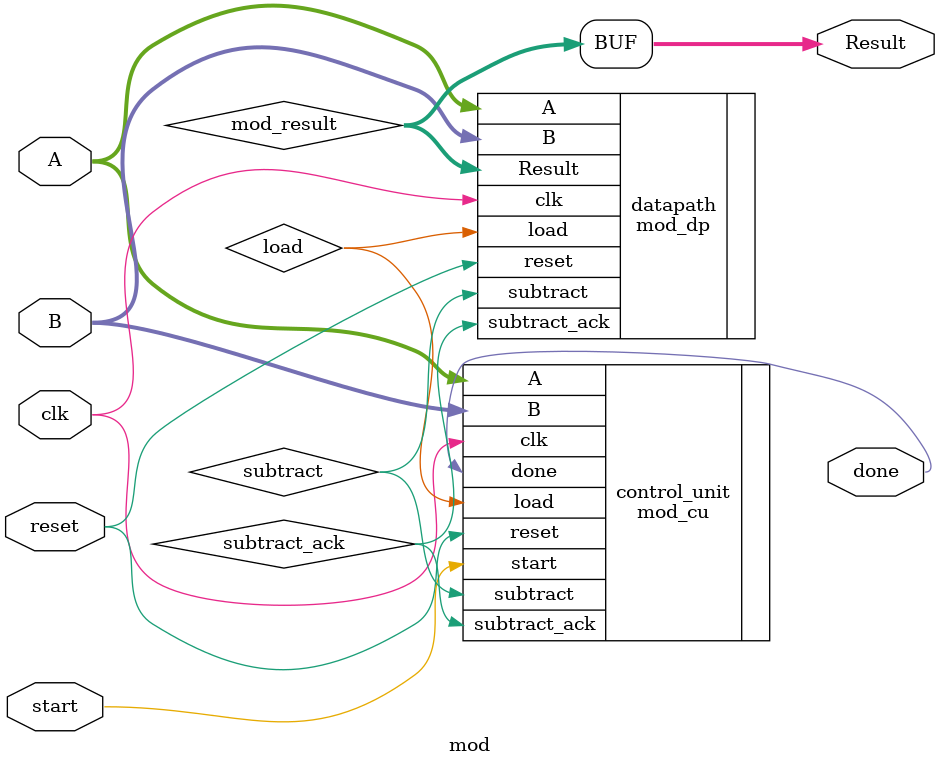
<source format=v>
module mod(
    input clk,                  // Clock input
    input reset,                // Reset input
    input start,                // Start signal to initiate the modulo operation
    input [31:0] A,             // Input operand A
    input [31:0] B,             // Input operand B
    output [31:0] Result,       // Output: Result of the modulo operation
    output done                  // Done signal indicating the completion of the operation
);

    // Signal declarations
    wire subtract, load, subtract_ack;   // Control signals for data path
    wire [31:0] mod_result;             // Result from the data path

    // Instantiate the control unit and data path modules
    mod_cu control_unit(
        .clk(clk),
        .reset(reset),
        .start(start),
        .A(A),
        .B(B),
        .subtract_ack(subtract_ack),    // Acknowledgment signal from data path (mod_dp)
        .subtract(subtract),
        .load(load),
        .done(done)
    );

    mod_dp datapath(
        .clk(clk),
        .reset(reset),
        .A(A),
        .B(B),
        .load(load),
        .subtract(subtract),
        .Result(mod_result),
        .subtract_ack(subtract_ack)     // Acknowledgment signal to control unit (mod_cu)
    );

    // Assign the result from the data path to the output
    assign Result = mod_result;

endmodule

</source>
